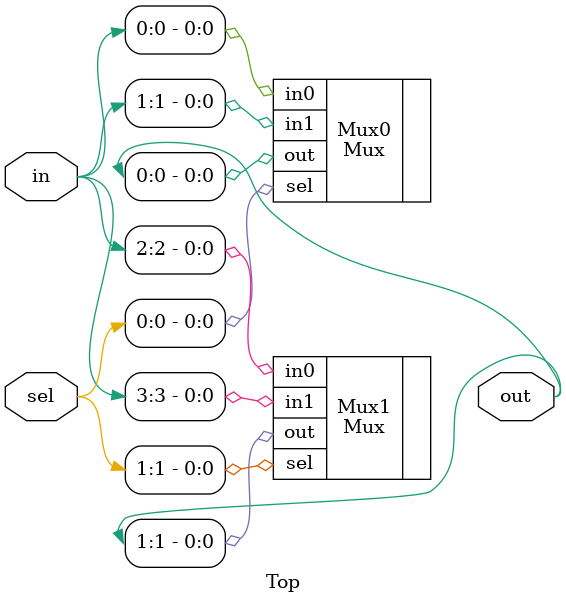
<source format=v>
`timescale 1ns / 1ps


module Top(
    input [3:0] in,
    input [1:0] sel,
    output [1:0] out
    );
    
    Mux Mux0(
    .in0(in[0]), .in1(in[1]),
    .sel(sel[0]),
    .out(out[0])
    );
    
    Mux Mux1(
    .in0(in[2]), .in1(in[3]),
    .sel(sel[1]),
    .out(out[1])
    );
    
endmodule

</source>
